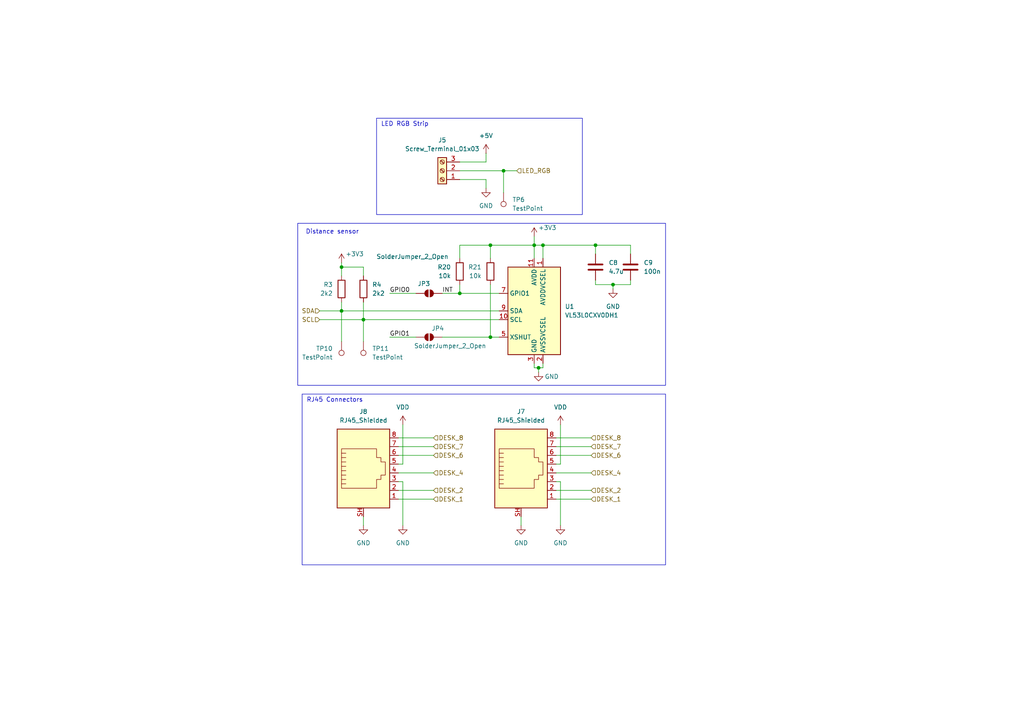
<source format=kicad_sch>
(kicad_sch (version 20231120) (generator "eeschema") (generator_version "8.0")
  (paper "A4")
  (title_block (title "(Risky) Upsy Desky") (date "2023-12-25") (rev "v2.0") (company "Petr Hodina"))
  (lib_symbols
    (symbol "+3V3_1" (power) (pin_names (offset 0))
      (property "Value" "+3V3_1" (at 0 3.556 0))
      (symbol "+3V3_1_0_1"
        (polyline (pts (xy -0.762 1.27) (xy 0 2.54)))
        (polyline (pts (xy 0 0) (xy 0 2.54)))
        (polyline (pts (xy 0 2.54) (xy 0.762 1.27)))
      )
      (symbol "+3V3_1_1_1"
        (pin power_in line (at 0 0 90) (length 0) hide (name "+3V3") (number "1"))
      )
    )
    (symbol "+3V3_2" (power) (pin_names (offset 0))
      (property "Value" "+3V3_2" (at 0 3.556 0))
      (symbol "+3V3_2_0_1"
        (polyline (pts (xy -0.762 1.27) (xy 0 2.54)))
        (polyline (pts (xy 0 0) (xy 0 2.54)))
        (polyline (pts (xy 0 2.54) (xy 0.762 1.27)))
      )
      (symbol "+3V3_2_1_1"
        (pin power_in line (at 0 0 90) (length 0) hide (name "+3V3") (number "1"))
      )
    )
    (symbol "Connector:RJ45_Shielded" (pin_names (offset 1.016))
      (property "Reference" "J" (at -5.08 13.97 0))
      (property "Value" "RJ45_Shielded" (at 2.54 13.97 0))
      (symbol "RJ45_Shielded_0_1"
        (polyline (pts (xy -5.08 4.445) (xy -6.35 4.445)))
        (polyline (pts (xy -5.08 5.715) (xy -6.35 5.715)))
        (polyline (pts (xy -6.35 -3.175) (xy -5.08 -3.175) (xy -5.08 -3.175)))
        (polyline (pts (xy -6.35 -1.905) (xy -5.08 -1.905) (xy -5.08 -1.905)))
        (polyline (pts (xy -6.35 -0.635) (xy -5.08 -0.635) (xy -5.08 -0.635)))
        (polyline (pts (xy -6.35 0.635) (xy -5.08 0.635) (xy -5.08 0.635)))
        (polyline (pts (xy -6.35 1.905) (xy -5.08 1.905) (xy -5.08 1.905)))
        (polyline (pts (xy -5.08 3.175) (xy -6.35 3.175) (xy -6.35 3.175)))
        (polyline (pts (xy -6.35 -4.445) (xy -6.35 6.985) (xy 3.81 6.985) (xy 3.81 4.445) (xy 5.08 4.445) (xy 5.08 3.175) (xy 6.35 3.175) (xy 6.35 -0.635) (xy 5.08 -0.635) (xy 5.08 -1.905) (xy 3.81 -1.905) (xy 3.81 -4.445) (xy -6.35 -4.445) (xy -6.35 -4.445)))
        (rectangle (start 7.62 12.7) (end -7.62 -10.16) (stroke (width 0.254)) (fill (type background)))
      )
      (symbol "RJ45_Shielded_1_1"
        (pin passive line (at 10.16 -7.62 180) (length 2.54) (name "~") (number "1"))
        (pin passive line (at 10.16 -5.08 180) (length 2.54) (name "~") (number "2"))
        (pin passive line (at 10.16 -2.54 180) (length 2.54) (name "~") (number "3"))
        (pin passive line (at 10.16 0 180) (length 2.54) (name "~") (number "4"))
        (pin passive line (at 10.16 2.54 180) (length 2.54) (name "~") (number "5"))
        (pin passive line (at 10.16 5.08 180) (length 2.54) (name "~") (number "6"))
        (pin passive line (at 10.16 7.62 180) (length 2.54) (name "~") (number "7"))
        (pin passive line (at 10.16 10.16 180) (length 2.54) (name "~") (number "8"))
        (pin passive line (at 0 -12.7 90) (length 2.54) (name "~") (number "SH"))
      )
    )
    (symbol "Connector:Screw_Terminal_01x03" (pin_names (offset 1.016) hide)
      (property "Reference" "J" (at 0 5.08 0))
      (property "Value" "Screw_Terminal_01x03" (at 0 -5.08 0))
      (symbol "Screw_Terminal_01x03_1_1"
        (rectangle (start -1.27 3.81) (end 1.27 -3.81) (stroke (width 0.254)) (fill (type background)))
        (circle (center 0 -2.54) (radius 0.635) (stroke (width 0.1524)))
        (polyline (pts (xy -0.5334 -2.2098) (xy 0.3302 -3.048)) (stroke (width 0.1524)))
        (polyline (pts (xy -0.5334 0.3302) (xy 0.3302 -0.508)) (stroke (width 0.1524)))
        (polyline (pts (xy -0.5334 2.8702) (xy 0.3302 2.032)) (stroke (width 0.1524)))
        (polyline (pts (xy -0.3556 -2.032) (xy 0.508 -2.8702)) (stroke (width 0.1524)))
        (polyline (pts (xy -0.3556 0.508) (xy 0.508 -0.3302)) (stroke (width 0.1524)))
        (polyline (pts (xy -0.3556 3.048) (xy 0.508 2.2098)) (stroke (width 0.1524)))
        (circle (center 0 0) (radius 0.635) (stroke (width 0.1524)))
        (circle (center 0 2.54) (radius 0.635) (stroke (width 0.1524)))
        (pin passive line (at -5.08 2.54 0) (length 3.81) (name "Pin_1") (number "1"))
        (pin passive line (at -5.08 0 0) (length 3.81) (name "Pin_2") (number "2"))
        (pin passive line (at -5.08 -2.54 0) (length 3.81) (name "Pin_3") (number "3"))
      )
    )
    (symbol "Connector:TestPoint" (pin_numbers hide) (pin_names (offset 0.762) hide)
      (property "Reference" "TP" (at 0 6.858 0))
      (property "Value" "TestPoint" (at 0 5.08 0))
      (symbol "TestPoint_0_1"
        (circle (center 0 3.302) (radius 0.762))
      )
      (symbol "TestPoint_1_1"
        (pin passive line (at 0 0 90) (length 2.54) (name "1") (number "1"))
      )
    )
    (symbol "Device:C" (pin_numbers hide) (pin_names (offset 0.254))
      (property "Reference" "C" (at 0.635 2.54 0))
      (property "Value" "C" (at 0.635 -2.54 0))
      (symbol "C_0_1"
        (polyline (pts (xy -2.032 -0.762) (xy 2.032 -0.762)) (stroke (width 0.508)))
        (polyline (pts (xy -2.032 0.762) (xy 2.032 0.762)) (stroke (width 0.508)))
      )
      (symbol "C_1_1"
        (pin passive line (at 0 3.81 270) (length 2.794) (name "~") (number "1"))
        (pin passive line (at 0 -3.81 90) (length 2.794) (name "~") (number "2"))
      )
    )
    (symbol "Device:R" (pin_numbers hide) (pin_names (offset 0))
      (property "Reference" "R" (at 2.032 0 90))
      (property "Value" "R" (at 0 0 90))
      (symbol "R_0_1"
        (rectangle (start -1.016 -2.54) (end 1.016 2.54) (stroke (width 0.254)))
      )
      (symbol "R_1_1"
        (pin passive line (at 0 3.81 270) (length 1.27) (name "~") (number "1"))
        (pin passive line (at 0 -3.81 90) (length 1.27) (name "~") (number "2"))
      )
    )
    (symbol "GND_2" (power) (pin_names (offset 0))
      (property "Value" "GND_2" (at 0 -3.81 0))
      (symbol "GND_2_0_1"
        (polyline (pts (xy 0 0) (xy 0 -1.27) (xy 1.27 -1.27) (xy 0 -2.54) (xy -1.27 -1.27) (xy 0 -1.27)))
      )
      (symbol "GND_2_1_1"
        (pin power_in line (at 0 0 270) (length 0) hide (name "GND") (number "1"))
      )
    )
    (symbol "GND_7" (power) (pin_names (offset 0))
      (property "Value" "GND_7" (at 0 -3.81 0))
      (symbol "GND_7_0_1"
        (polyline (pts (xy 0 0) (xy 0 -1.27) (xy 1.27 -1.27) (xy 0 -2.54) (xy -1.27 -1.27) (xy 0 -1.27)))
      )
      (symbol "GND_7_1_1"
        (pin power_in line (at 0 0 270) (length 0) hide (name "GND") (number "1"))
      )
    )
    (symbol "GND_8" (power) (pin_names (offset 0))
      (property "Value" "GND_8" (at 0 -3.81 0))
      (symbol "GND_8_0_1"
        (polyline (pts (xy 0 0) (xy 0 -1.27) (xy 1.27 -1.27) (xy 0 -2.54) (xy -1.27 -1.27) (xy 0 -1.27)))
      )
      (symbol "GND_8_1_1"
        (pin power_in line (at 0 0 270) (length 0) hide (name "GND") (number "1"))
      )
    )
    (symbol "Jumper:SolderJumper_2_Open" (pin_numbers hide) (pin_names (offset 0) hide) (exclude_from_sim yes) (in_bom no)
      (property "Reference" "JP" (at 0 2.032 0))
      (property "Value" "SolderJumper_2_Open" (at 0 -2.54 0))
      (symbol "SolderJumper_2_Open_0_1"
        (arc (start -0.254 1.016) (mid -1.2656 0) (end -0.254 -1.016))
        (arc (start -0.254 1.016) (mid -1.2656 0) (end -0.254 -1.016) (fill (type outline)))
        (polyline (pts (xy -0.254 1.016) (xy -0.254 -1.016)))
        (polyline (pts (xy 0.254 1.016) (xy 0.254 -1.016)))
        (arc (start 0.254 -1.016) (mid 1.2656 0) (end 0.254 1.016))
        (arc (start 0.254 -1.016) (mid 1.2656 0) (end 0.254 1.016) (fill (type outline)))
      )
      (symbol "SolderJumper_2_Open_1_1"
        (pin passive line (at -3.81 0 0) (length 2.54) (name "A") (number "1"))
        (pin passive line (at 3.81 0 180) (length 2.54) (name "B") (number "2"))
      )
    )
    (symbol "Sensor_Distance:VL53L0CXV0DH1"
      (property "Reference" "U" (at -6.35 13.97 0))
      (property "Value" "VL53L0CXV0DH1" (at 12.065 13.97 0))
      (symbol "VL53L0CXV0DH1_0_1"
        (rectangle (start -7.62 12.7) (end 7.62 -12.7) (stroke (width 0.254)) (fill (type background)))
      )
      (symbol "VL53L0CXV0DH1_1_1"
        (pin power_in line (at 2.54 15.24 270) (length 2.54) (name "AVDDVCSEL") (number "1"))
        (pin input line (at -10.16 -2.54 0) (length 2.54) (name "SCL") (number "10"))
        (pin power_in line (at 0 15.24 270) (length 2.54) (name "AVDD") (number "11"))
        (pin passive line (at 0 -15.24 90) (length 2.54) hide (name "GND") (number "12"))
        (pin power_in line (at 2.54 -15.24 90) (length 2.54) (name "AVSSVCSEL") (number "2"))
        (pin power_in line (at 0 -15.24 90) (length 2.54) (name "GND") (number "3"))
        (pin passive line (at 0 -15.24 90) (length 2.54) hide (name "GND") (number "4"))
        (pin input line (at -10.16 -7.62 0) (length 2.54) (name "XSHUT") (number "5"))
        (pin passive line (at 0 -15.24 90) (length 2.54) hide (name "GND") (number "6"))
        (pin open_collector line (at -10.16 5.08 0) (length 2.54) (name "GPIO1") (number "7"))
        (pin no_connect line (at -7.62 7.62 0) (length 2.54) hide (name "DNC") (number "8"))
        (pin bidirectional line (at -10.16 0 0) (length 2.54) (name "SDA") (number "9"))
      )
    )
    (symbol "power:+5V" (power) (pin_numbers hide) (pin_names (offset 0) hide)
      (property "Value" "+5V" (at 0 3.556 0))
      (symbol "+5V_0_1"
        (polyline (pts (xy -0.762 1.27) (xy 0 2.54)))
        (polyline (pts (xy 0 0) (xy 0 2.54)))
        (polyline (pts (xy 0 2.54) (xy 0.762 1.27)))
      )
      (symbol "+5V_1_1"
        (pin power_in line (at 0 0 90) (length 0) (name "~") (number "1"))
      )
    )
    (symbol "power:GND" (power) (pin_names (offset 0))
      (property "Value" "GND" (at 0 -3.81 0))
      (symbol "GND_0_1"
        (polyline (pts (xy 0 0) (xy 0 -1.27) (xy 1.27 -1.27) (xy 0 -2.54) (xy -1.27 -1.27) (xy 0 -1.27)))
      )
      (symbol "GND_1_1"
        (pin power_in line (at 0 0 270) (length 0) hide (name "GND") (number "1"))
      )
    )
    (symbol "power:VDD" (power) (pin_names (offset 0))
      (property "Value" "VDD" (at 0 3.81 0))
      (symbol "VDD_0_1"
        (polyline (pts (xy -0.762 1.27) (xy 0 2.54)))
        (polyline (pts (xy 0 0) (xy 0 2.54)))
        (polyline (pts (xy 0 2.54) (xy 0.762 1.27)))
      )
      (symbol "VDD_1_1"
        (pin power_in line (at 0 0 90) (length 0) hide (name "VDD") (number "1"))
      )
    )
  )
  (junction (at 177.8 82.55))
  (junction (at 99.06 77.47))
  (junction (at 142.24 71.12))
  (junction (at 156.21 106.68))
  (junction (at 105.41 92.71))
  (junction (at 154.94 71.12))
  (junction (at 99.06 90.17))
  (junction (at 142.24 97.79))
  (junction (at 146.05 49.53))
  (junction (at 172.72 71.12))
  (junction (at 133.35 85.09))
  (junction (at 157.48 71.12))
  (wire (pts (xy 133.35 46.99) (xy 140.97 46.99)))
  (wire (pts (xy 156.21 106.68) (xy 157.48 106.68)))
  (wire (pts (xy 154.94 105.41) (xy 154.94 106.68)))
  (wire (pts (xy 154.94 106.68) (xy 156.21 106.68)))
  (wire (pts (xy 172.72 71.12) (xy 172.72 73.66)))
  (wire (pts (xy 99.06 90.17) (xy 144.78 90.17)))
  (wire (pts (xy 161.29 129.54) (xy 171.45 129.54)))
  (wire (pts (xy 151.13 149.86) (xy 151.13 152.4)))
  (wire (pts (xy 161.29 142.24) (xy 171.45 142.24)))
  (wire (pts (xy 115.57 137.16) (xy 125.73 137.16)))
  (wire (pts (xy 182.88 82.55) (xy 182.88 81.28)))
  (wire (pts (xy 172.72 82.55) (xy 177.8 82.55)))
  (wire (pts (xy 172.72 81.28) (xy 172.72 82.55)))
  (wire (pts (xy 154.94 74.93) (xy 154.94 71.12)))
  (wire (pts (xy 115.57 142.24) (xy 125.73 142.24)))
  (wire (pts (xy 157.48 105.41) (xy 157.48 106.68)))
  (wire (pts (xy 105.41 149.86) (xy 105.41 152.4)))
  (wire (pts (xy 172.72 71.12) (xy 182.88 71.12)))
  (wire (pts (xy 161.29 144.78) (xy 171.45 144.78)))
  (wire (pts (xy 105.41 92.71) (xy 144.78 92.71)))
  (wire (pts (xy 105.41 87.63) (xy 105.41 92.71)))
  (wire (pts (xy 133.35 85.09) (xy 144.78 85.09)))
  (wire (pts (xy 161.29 134.62) (xy 162.56 134.62)))
  (wire (pts (xy 140.97 44.45) (xy 140.97 46.99)))
  (wire (pts (xy 156.21 106.68) (xy 156.21 107.95)))
  (wire (pts (xy 182.88 71.12) (xy 182.88 73.66)))
  (wire (pts (xy 146.05 49.53) (xy 149.86 49.53)))
  (wire (pts (xy 157.48 71.12) (xy 172.72 71.12)))
  (wire (pts (xy 128.27 97.79) (xy 142.24 97.79)))
  (wire (pts (xy 133.35 71.12) (xy 142.24 71.12)))
  (wire (pts (xy 142.24 82.55) (xy 142.24 97.79)))
  (wire (pts (xy 142.24 71.12) (xy 154.94 71.12)))
  (wire (pts (xy 128.27 85.09) (xy 133.35 85.09)))
  (wire (pts (xy 115.57 129.54) (xy 125.73 129.54)))
  (wire (pts (xy 113.03 97.79) (xy 120.65 97.79)))
  (wire (pts (xy 144.78 97.79) (xy 142.24 97.79)))
  (wire (pts (xy 133.35 82.55) (xy 133.35 85.09)))
  (wire (pts (xy 116.84 123.19) (xy 116.84 134.62)))
  (wire (pts (xy 161.29 127) (xy 171.45 127)))
  (wire (pts (xy 115.57 127) (xy 125.73 127)))
  (wire (pts (xy 105.41 92.71) (xy 105.41 99.06)))
  (wire (pts (xy 133.35 52.07) (xy 140.97 52.07)))
  (wire (pts (xy 99.06 77.47) (xy 105.41 77.47)))
  (wire (pts (xy 162.56 123.19) (xy 162.56 134.62)))
  (wire (pts (xy 99.06 87.63) (xy 99.06 90.17)))
  (wire (pts (xy 146.05 49.53) (xy 146.05 55.88)))
  (wire (pts (xy 133.35 49.53) (xy 146.05 49.53)))
  (wire (pts (xy 157.48 71.12) (xy 157.48 74.93)))
  (wire (pts (xy 140.97 52.07) (xy 140.97 54.61)))
  (wire (pts (xy 161.29 137.16) (xy 171.45 137.16)))
  (wire (pts (xy 99.06 77.47) (xy 99.06 80.01)))
  (wire (pts (xy 99.06 76.2) (xy 99.06 77.47)))
  (wire (pts (xy 99.06 90.17) (xy 99.06 99.06)))
  (wire (pts (xy 115.57 132.08) (xy 125.73 132.08)))
  (wire (pts (xy 133.35 74.93) (xy 133.35 71.12)))
  (wire (pts (xy 177.8 82.55) (xy 182.88 82.55)))
  (wire (pts (xy 154.94 68.58) (xy 154.94 71.12)))
  (wire (pts (xy 115.57 139.7) (xy 116.84 139.7)))
  (wire (pts (xy 116.84 139.7) (xy 116.84 152.4)))
  (wire (pts (xy 161.29 139.7) (xy 162.56 139.7)))
  (wire (pts (xy 105.41 77.47) (xy 105.41 80.01)))
  (wire (pts (xy 142.24 71.12) (xy 142.24 74.93)))
  (wire (pts (xy 115.57 144.78) (xy 125.73 144.78)))
  (wire (pts (xy 177.8 82.55) (xy 177.8 83.82)))
  (wire (pts (xy 113.03 85.09) (xy 120.65 85.09)))
  (wire (pts (xy 92.71 90.17) (xy 99.06 90.17)))
  (wire (pts (xy 161.29 132.08) (xy 171.45 132.08)))
  (wire (pts (xy 92.71 92.71) (xy 105.41 92.71)))
  (wire (pts (xy 154.94 71.12) (xy 157.48 71.12)))
  (wire (pts (xy 162.56 139.7) (xy 162.56 152.4)))
  (wire (pts (xy 115.57 134.62) (xy 116.84 134.62)))
  (rectangle (start 109.22 34.29) (end 168.91 62.23))
  (rectangle (start 86.36 64.77) (end 193.04 111.76))
  (rectangle (start 87.63 114.3) (end 193.04 163.83))
  (text "RJ45 Connectors" (at 88.9 116.84 0) (effects (font (size 1.27 1.27)) (justify left bottom)))
  (text "LED RGB Strip" (at 110.49 36.83 0) (effects (font (size 1.27 1.27)) (justify left bottom)))
  (text "Distance sensor" (at 88.646 68.072 0) (effects (font (size 1.27 1.27)) (justify left bottom)))
  (label "GPIO1" (at 113.03 97.79 0))
  (label "INT" (at 128.27 85.09 0))
  (label "GPIO0" (at 113.03 85.09 0))
  (hierarchical_label "DESK_2" (shape input) (at 171.45 142.24 0))
  (hierarchical_label "DESK_1" (shape input) (at 125.73 144.78 0))
  (hierarchical_label "DESK_7" (shape input) (at 125.73 129.54 0))
  (hierarchical_label "DESK_4" (shape input) (at 125.73 137.16 0))
  (hierarchical_label "LED_RGB" (shape input) (at 149.86 49.53 0))
  (hierarchical_label "DESK_8" (shape input) (at 125.73 127 0))
  (hierarchical_label "DESK_8" (shape input) (at 171.45 127 0))
  (hierarchical_label "DESK_4" (shape input) (at 171.45 137.16 0))
  (hierarchical_label "DESK_6" (shape input) (at 125.73 132.08 0))
  (hierarchical_label "DESK_1" (shape input) (at 171.45 144.78 0))
  (hierarchical_label "DESK_2" (shape input) (at 125.73 142.24 0))
  (hierarchical_label "SDA" (shape input) (at 92.71 90.17 180))
  (hierarchical_label "DESK_6" (shape input) (at 171.45 132.08 0))
  (hierarchical_label "DESK_7" (shape input) (at 171.45 129.54 0))
  (hierarchical_label "SCL" (shape input) (at 92.71 92.71 180))
  (symbol (lib_id "Device:R") (at 142.24 78.74 0) (unit 1)
    (property "Reference" "R21" (at 139.7 77.47 0) (effects (justify right)))
    (property "Value" "10k" (at 139.7 80.01 0) (effects (justify right)))
    (property "Footprint" "Resistor_SMD:R_0402_1005Metric" (effects (hide yes)))
  )
  (symbol (lib_id "power:VDD") (at 116.84 123.19 0) (unit 1)
    (property "Reference" "#PWR044" (effects (hide yes)))
    (property "Value" "VDD" (at 116.84 118.11 0))
  )
  (symbol (lib_name "GND_2") (lib_id "power:GND") (at 140.97 54.61 0) (unit 1)
    (property "Reference" "#PWR032" (effects (hide yes)))
    (property "Value" "GND" (at 140.97 59.69 0))
  )
  (symbol (lib_id "Device:R") (at 105.41 83.82 0) (unit 1)
    (property "Reference" "R4" (at 107.95 82.55 0) (effects (justify left)))
    (property "Value" "2k2" (at 107.95 85.09 0) (effects (justify left)))
    (property "Footprint" "Resistor_SMD:R_0402_1005Metric" (effects (hide yes)))
  )
  (symbol (lib_id "power:GND") (at 116.84 152.4 0) (unit 1)
    (property "Reference" "#PWR045" (effects (hide yes)))
    (property "Value" "GND" (at 116.84 157.48 0))
  )
  (symbol (lib_name "GND_7") (lib_id "power:GND") (at 156.21 107.95 0) (unit 1)
    (property "Reference" "#PWR036" (effects (hide yes)))
    (property "Value" "GND" (at 160.02 109.22 0))
  )
  (symbol (lib_id "power:VDD") (at 162.56 123.19 0) (unit 1)
    (property "Reference" "#PWR039" (effects (hide yes)))
    (property "Value" "VDD" (at 162.56 118.11 0))
  )
  (symbol (lib_id "power:GND") (at 105.41 152.4 0) (unit 1)
    (property "Reference" "#PWR043" (effects (hide yes)))
    (property "Value" "GND" (at 105.41 157.48 0))
  )
  (symbol (lib_id "Jumper:SolderJumper_2_Open") (at 124.46 85.09 0) (unit 1) (exclude_from_sim yes) (in_bom no)
    (property "Reference" "JP3" (at 122.936 82.296 0))
    (property "Value" "SolderJumper_2_Open" (at 119.634 74.422 0))
    (property "Description" "Solder Jumper, 2-pole, open" (effects (hide yes)))
  )
  (symbol (lib_id "Device:C") (at 172.72 77.47 0) (unit 1)
    (property "Reference" "C8" (at 176.53 76.2 0) (effects (justify left)))
    (property "Value" "4.7u" (at 176.53 78.74 0) (effects (justify left)))
    (property "Footprint" "Capacitor_SMD:C_0402_1005Metric" (effects (hide yes)))
  )
  (symbol (lib_id "power:GND") (at 151.13 152.4 0) (unit 1)
    (property "Reference" "#PWR040" (effects (hide yes)))
    (property "Value" "GND" (at 151.13 157.48 0))
  )
  (symbol (lib_id "Connector:RJ45_Shielded") (at 151.13 137.16 0) (unit 1)
    (property "Reference" "J7" (at 151.13 119.38 0))
    (property "Value" "RJ45_Shielded" (at 151.13 121.92 0))
    (property "Footprint" "Connector_RJ:RJ45_Amphenol_54602-x08_Horizontal" (effects (hide yes)))
    (property "Description" "RJ connector, 8P8C (8 positions 8 connected), Shielded" (effects (hide yes)))
  )
  (symbol (lib_id "Connector:RJ45_Shielded") (at 105.41 137.16 0) (unit 1)
    (property "Reference" "J8" (at 105.41 119.38 0))
    (property "Value" "RJ45_Shielded" (at 105.41 121.92 0))
    (property "Footprint" "Connector_RJ:RJ45_Amphenol_54602-x08_Horizontal" (effects (hide yes)))
    (property "Description" "RJ connector, 8P8C (8 positions 8 connected), Shielded" (effects (hide yes)))
  )
  (symbol (lib_name "+3V3_1") (lib_id "power:+3V3") (at 154.94 68.58 0) (unit 1)
    (property "Reference" "#PWR035" (effects (hide yes)))
    (property "Value" "+3V3" (at 158.75 66.04 0))
  )
  (symbol (lib_id "power:+5V") (at 140.97 44.45 0) (unit 1)
    (property "Reference" "#PWR030" (effects (hide yes)))
    (property "Value" "+5V" (at 140.97 39.37 0))
    (property "Description" "Power symbol creates a global label with name \"+5V\"" (effects (hide yes)))
  )
  (symbol (lib_id "Device:R") (at 99.06 83.82 0) (unit 1)
    (property "Reference" "R3" (at 96.52 82.55 0) (effects (justify right)))
    (property "Value" "2k2" (at 96.52 85.09 0) (effects (justify right)))
    (property "Footprint" "Resistor_SMD:R_0402_1005Metric" (effects (hide yes)))
  )
  (symbol (lib_id "Device:R") (at 133.35 78.74 0) (unit 1)
    (property "Reference" "R20" (at 130.81 77.47 0) (effects (justify right)))
    (property "Value" "10k" (at 130.81 80.01 0) (effects (justify right)))
    (property "Footprint" "Resistor_SMD:R_0402_1005Metric" (effects (hide yes)))
  )
  (symbol (lib_id "Device:C") (at 182.88 77.47 0) (unit 1)
    (property "Reference" "C9" (at 186.69 76.2 0) (effects (justify left)))
    (property "Value" "100n" (at 186.69 78.74 0) (effects (justify left)))
    (property "Footprint" "Capacitor_SMD:C_0402_1005Metric" (effects (hide yes)))
  )
  (symbol (lib_name "+3V3_2") (lib_id "power:+3V3") (at 99.06 76.2 0) (unit 1)
    (property "Reference" "#PWR01" (effects (hide yes)))
    (property "Value" "+3V3" (at 102.87 73.66 0))
  )
  (symbol (lib_name "GND_8") (lib_id "power:GND") (at 177.8 83.82 0) (unit 1)
    (property "Reference" "#PWR041" (effects (hide yes)))
    (property "Value" "GND" (at 177.8 88.9 0))
  )
  (symbol (lib_id "Connector:TestPoint") (at 99.06 99.06 0) (mirror x) (unit 1)
    (property "Reference" "TP10" (at 96.52 101.092 0) (effects (justify right)))
    (property "Value" "TestPoint" (at 96.52 103.632 0) (effects (justify right)))
    (property "Footprint" "TestPoint:TestPoint_Pad_D1.0mm" (effects (hide yes)))
  )
  (symbol (lib_id "Sensor_Distance:VL53L0CXV0DH1") (at 154.94 90.17 0) (unit 1)
    (property "Reference" "U1" (at 163.83 88.9 0) (effects (justify left)))
    (property "Value" "VL53L0CXV0DH1" (at 163.83 91.44 0) (effects (justify left)))
    (property "Footprint" "Sensor_Distance:ST_VL53L1x" (effects (hide yes)))
    (property "Datasheet" "https://www.st.com/resource/en/datasheet/vl53l0x.pdf" (effects (hide yes)))
  )
  (symbol (lib_id "Connector:TestPoint") (at 146.05 55.88 180) (unit 1)
    (property "Reference" "TP6" (at 148.59 57.912 0) (effects (justify right)))
    (property "Value" "TestPoint" (at 148.59 60.452 0) (effects (justify right)))
    (property "Footprint" "TestPoint:TestPoint_Pad_D1.0mm" (effects (hide yes)))
  )
  (symbol (lib_id "power:GND") (at 162.56 152.4 0) (unit 1)
    (property "Reference" "#PWR042" (effects (hide yes)))
    (property "Value" "GND" (at 162.56 157.48 0))
  )
  (symbol (lib_id "Jumper:SolderJumper_2_Open") (at 124.46 97.79 0) (mirror x) (unit 1) (exclude_from_sim yes) (in_bom no)
    (property "Reference" "JP4" (at 127 95.25 0))
    (property "Value" "SolderJumper_2_Open" (at 130.556 100.33 0))
    (property "Description" "Solder Jumper, 2-pole, open" (effects (hide yes)))
  )
  (symbol (lib_id "Connector:Screw_Terminal_01x03") (at 128.27 49.53 180) (unit 1)
    (property "Reference" "J5" (at 128.27 40.64 0))
    (property "Value" "Screw_Terminal_01x03" (at 128.27 43.18 0))
    (property "Footprint" "TerminalBlock:TerminalBlock_Altech_AK300-3_P5.00mm" (effects (hide yes)))
  )
  (symbol (lib_id "Connector:TestPoint") (at 105.41 99.06 180) (unit 1)
    (property "Reference" "TP11" (at 107.95 101.092 0) (effects (justify right)))
    (property "Value" "TestPoint" (at 107.95 103.632 0) (effects (justify right)))
    (property "Footprint" "TestPoint:TestPoint_Pad_D1.0mm" (effects (hide yes)))
  )
)
</source>
